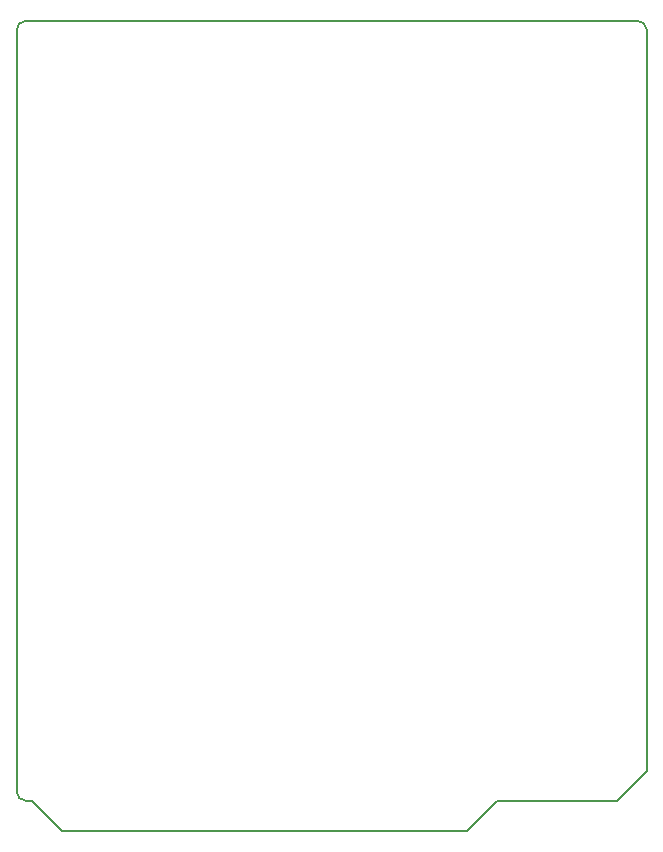
<source format=gbr>
%TF.GenerationSoftware,KiCad,Pcbnew,7.0.10-7.0.10~ubuntu22.04.1*%
%TF.CreationDate,2024-01-23T12:26:40-05:00*%
%TF.ProjectId,arduino_icsp_shield,61726475-696e-46f5-9f69-6373705f7368,0.1*%
%TF.SameCoordinates,Original*%
%TF.FileFunction,Profile,NP*%
%FSLAX46Y46*%
G04 Gerber Fmt 4.6, Leading zero omitted, Abs format (unit mm)*
G04 Created by KiCad (PCBNEW 7.0.10-7.0.10~ubuntu22.04.1) date 2024-01-23 12:26:40*
%MOMM*%
%LPD*%
G01*
G04 APERTURE LIST*
%TA.AperFunction,Profile*%
%ADD10C,0.150000*%
%TD*%
G04 APERTURE END LIST*
D10*
X140640000Y-97460000D02*
X138100000Y-100000000D01*
X100762000Y-31420000D02*
X152578000Y-31420000D01*
X138100000Y-100000000D02*
X103810000Y-100000000D01*
X100000000Y-96698000D02*
X100000000Y-32182000D01*
X153340000Y-32182000D02*
X153340000Y-94920000D01*
X100762000Y-31420000D02*
G75*
G03*
X100000000Y-32182000I0J-762000D01*
G01*
X103810000Y-100000000D02*
X101270000Y-97460000D01*
X153340000Y-94920000D02*
X150800000Y-97460000D01*
X100000000Y-96698000D02*
G75*
G03*
X100762000Y-97460000I762000J0D01*
G01*
X150800000Y-97460000D02*
X140640000Y-97460000D01*
X101270000Y-97460000D02*
X100762000Y-97460000D01*
X153340000Y-32182000D02*
G75*
G03*
X152578000Y-31420000I-762000J0D01*
G01*
M02*

</source>
